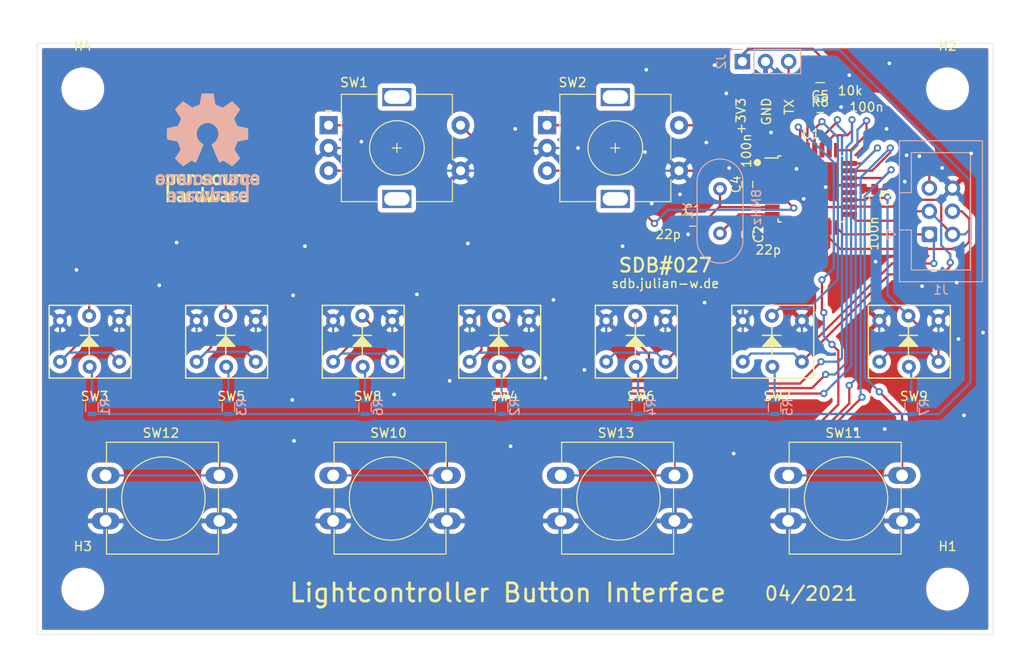
<source format=kicad_pcb>
(kicad_pcb (version 20171130) (host pcbnew "(5.1.9)-1")
  (layers (0 F.Cu signal) (31 B.Cu signal) (34 B.Paste user) (35 F.Paste user) (36 B.SilkS user) (37 F.SilkS user) (38 B.Mask user) (39 F.Mask user) (44 Edge.Cuts user))
  (net 0 "")
  (net 1 GND)
  (net 2 "Net-(C1-Pad2)")
  (net 3 "Net-(C2-Pad1)")
  (net 4 +3V3)
  (net 5 RST)
  (net 6 MOSI)
  (net 7 SCK)
  (net 8 MISO)
  (net 9 TX)
  (net 10 "Net-(R1-Pad2)")
  (net 11 "Net-(R2-Pad2)")
  (net 12 "Net-(R3-Pad2)")
  (net 13 "Net-(R4-Pad2)")
  (net 14 "Net-(R5-Pad2)")
  (net 15 "Net-(R6-Pad2)")
  (net 16 "Net-(R7-Pad2)")
  (net 17 E1A)
  (net 18 E1B)
  (net 19 E1S)
  (net 20 E2A)
  (net 21 E2B)
  (net 22 E2S)
  (net 23 L1)
  (net 24 B1)
  (net 25 L2)
  (net 26 L3)
  (net 27 B3)
  (net 28 L4)
  (net 29 L5)
  (net 30 L6)
  (net 31 B6)
  (net 32 B7)
  (net 33 S1)
  (net 34 S2)
  (net 35 S3)
  (net 36 S4)
  (module Symbols:OSHW-Logo_11.4x12mm_SilkScreen (layer B.Cu) (at 68.7 96.5 180)
    (fp_text reference LOGO2 hide)
    (fp_text value OSHW-LOGOL hide)
  )
  (module Symbols:OSHW-Logo_11.4x12mm_SilkScreen (layer F.Cu) (at 68.7 96.5)
    (fp_text reference LOGO1 hide)
    (fp_text value OSHW-LOGOL hide)
  )
  (module 009162006301150:ButtonWithLED (layer F.Cu) (at 112.5 120)
    (fp_text reference SW6 (at 3.8 3.8) (layer F.SilkS))
    (fp_text value SW_Push_LED)
    (pad 3 thru_hole circle (at 3.2 -5.05) (size 1.524 1.524) (drill 0.762) (layers *.Cu *.Mask) (net 28 L4))
    (pad 4 thru_hole circle (at 3.25 0.55) (size 1.524 1.524) (drill 0.762) (layers *.Cu *.Mask) (net 13 "Net-(R4-Pad2)"))
    (pad 2 thru_hole circle (at 6.5 -4.5) (size 1.524 1.524) (drill 0.762) (layers *.Cu *.Mask) (net 1 GND))
    (pad 2 thru_hole circle (at 0 -4.5) (size 1.524 1.524) (drill 0.762) (layers *.Cu *.Mask) (net 1 GND))
    (pad 1 thru_hole circle (at 6.5 0) (size 1.524 1.524) (drill 0.762) (layers *.Cu *.Mask) (net 8 MISO))
    (pad 1 thru_hole circle (at 0 0) (size 1.524 1.524) (drill 0.762) (layers *.Cu *.Mask) (net 8 MISO))
  )
  (module Crystal:Crystal_HC49-4H_Vertical (layer B.Cu) (at 125 101 270)
    (fp_text reference Y1 (at 2.44 3.525 270) (layer B.SilkS) (effects (justify mirror)))
    (fp_text value 8MHz)
    (pad 2 thru_hole circle (at 4.88 0 270) (size 1.5 1.5) (drill 0.8) (layers *.Cu *.Mask) (net 3 "Net-(C2-Pad1)"))
    (pad 1 thru_hole circle (at 0 0 270) (size 1.5 1.5) (drill 0.8) (layers *.Cu *.Mask) (net 2 "Net-(C1-Pad2)"))
  )
  (module Package_QFP:TQFP-32_7x7mm_P0.8mm (layer F.Cu) (at 135 101)
    (fp_text reference U1 (at 0 -6.05) (layer F.SilkS))
    (fp_text value ATmega328PB-AU)
    (pad 32 smd rect (at -2.8 -4.25 90) (size 1.6 0.55) (layers F.Cu F.Paste F.Mask) (net 17 E1A))
    (pad 31 smd rect (at -2 -4.25 90) (size 1.6 0.55) (layers F.Cu F.Paste F.Mask) (net 9 TX))
    (pad 30 smd rect (at -1.2 -4.25 90) (size 1.6 0.55) (layers F.Cu F.Paste F.Mask) (net 35 S3))
    (pad 29 smd rect (at -0.4 -4.25 90) (size 1.6 0.55) (layers F.Cu F.Paste F.Mask) (net 5 RST))
    (pad 28 smd rect (at 0.4 -4.25 90) (size 1.6 0.55) (layers F.Cu F.Paste F.Mask) (net 29 L5))
    (pad 27 smd rect (at 1.2 -4.25 90) (size 1.6 0.55) (layers F.Cu F.Paste F.Mask) (net 28 L4))
    (pad 26 smd rect (at 2 -4.25 90) (size 1.6 0.55) (layers F.Cu F.Paste F.Mask) (net 25 L2))
    (pad 25 smd rect (at 2.8 -4.25 90) (size 1.6 0.55) (layers F.Cu F.Paste F.Mask) (net 30 L6))
    (pad 24 smd rect (at 4.25 -2.8) (size 1.6 0.55) (layers F.Cu F.Paste F.Mask) (net 33 S1))
    (pad 23 smd rect (at 4.25 -2) (size 1.6 0.55) (layers F.Cu F.Paste F.Mask) (net 36 S4))
    (pad 22 smd rect (at 4.25 -1.2) (size 1.6 0.55) (layers F.Cu F.Paste F.Mask) (net 34 S2))
    (pad 21 smd rect (at 4.25 -0.4) (size 1.6 0.55) (layers F.Cu F.Paste F.Mask) (net 1 GND))
    (pad 20 smd rect (at 4.25 0.4) (size 1.6 0.55) (layers F.Cu F.Paste F.Mask))
    (pad 19 smd rect (at 4.25 1.2) (size 1.6 0.55) (layers F.Cu F.Paste F.Mask) (net 32 B7))
    (pad 18 smd rect (at 4.25 2) (size 1.6 0.55) (layers F.Cu F.Paste F.Mask) (net 4 +3V3))
    (pad 17 smd rect (at 4.25 2.8) (size 1.6 0.55) (layers F.Cu F.Paste F.Mask) (net 7 SCK))
    (pad 16 smd rect (at 2.8 4.25 90) (size 1.6 0.55) (layers F.Cu F.Paste F.Mask) (net 8 MISO))
    (pad 15 smd rect (at 2 4.25 90) (size 1.6 0.55) (layers F.Cu F.Paste F.Mask) (net 6 MOSI))
    (pad 14 smd rect (at 1.2 4.25 90) (size 1.6 0.55) (layers F.Cu F.Paste F.Mask) (net 31 B6))
    (pad 13 smd rect (at 0.4 4.25 90) (size 1.6 0.55) (layers F.Cu F.Paste F.Mask) (net 26 L3))
    (pad 12 smd rect (at -0.4 4.25 90) (size 1.6 0.55) (layers F.Cu F.Paste F.Mask) (net 27 B3))
    (pad 11 smd rect (at -1.2 4.25 90) (size 1.6 0.55) (layers F.Cu F.Paste F.Mask) (net 23 L1))
    (pad 10 smd rect (at -2 4.25 90) (size 1.6 0.55) (layers F.Cu F.Paste F.Mask) (net 24 B1))
    (pad 9 smd rect (at -2.8 4.25 90) (size 1.6 0.55) (layers F.Cu F.Paste F.Mask) (net 18 E1B))
    (pad 8 smd rect (at -4.25 2.8) (size 1.6 0.55) (layers F.Cu F.Paste F.Mask) (net 3 "Net-(C2-Pad1)"))
    (pad 7 smd rect (at -4.25 2) (size 1.6 0.55) (layers F.Cu F.Paste F.Mask) (net 2 "Net-(C1-Pad2)"))
    (pad 6 smd rect (at -4.25 1.2) (size 1.6 0.55) (layers F.Cu F.Paste F.Mask) (net 19 E1S))
    (pad 5 smd rect (at -4.25 0.4) (size 1.6 0.55) (layers F.Cu F.Paste F.Mask) (net 1 GND))
    (pad 4 smd rect (at -4.25 -0.4) (size 1.6 0.55) (layers F.Cu F.Paste F.Mask) (net 4 +3V3))
    (pad 3 smd rect (at -4.25 -1.2) (size 1.6 0.55) (layers F.Cu F.Paste F.Mask) (net 22 E2S))
    (pad 2 smd rect (at -4.25 -2) (size 1.6 0.55) (layers F.Cu F.Paste F.Mask) (net 21 E2B))
    (pad 1 smd rect (at -4.25 -2.8) (size 1.6 0.55) (layers F.Cu F.Paste F.Mask) (net 20 E2A))
  )
  (module Button_Switch_THT:SW_PUSH-12mm (layer F.Cu) (at 107.5 132.5)
    (fp_text reference SW13 (at 6.08 -4.66) (layer F.SilkS))
    (fp_text value SW_Push)
    (pad 2 thru_hole oval (at 0 5) (size 3.048 1.85) (drill 1.3) (layers *.Cu *.Mask) (net 1 GND))
    (pad 1 thru_hole oval (at 0 0) (size 3.048 1.85) (drill 1.3) (layers *.Cu *.Mask) (net 36 S4))
    (pad 2 thru_hole oval (at 12.5 5) (size 3.048 1.85) (drill 1.3) (layers *.Cu *.Mask) (net 1 GND))
    (pad 1 thru_hole oval (at 12.5 0) (size 3.048 1.85) (drill 1.3) (layers *.Cu *.Mask) (net 36 S4))
  )
  (module Button_Switch_THT:SW_PUSH-12mm (layer F.Cu) (at 57.5 132.5)
    (fp_text reference SW12 (at 6.08 -4.66) (layer F.SilkS))
    (fp_text value SW_Push)
    (pad 2 thru_hole oval (at 0 5) (size 3.048 1.85) (drill 1.3) (layers *.Cu *.Mask) (net 1 GND))
    (pad 1 thru_hole oval (at 0 0) (size 3.048 1.85) (drill 1.3) (layers *.Cu *.Mask) (net 35 S3))
    (pad 2 thru_hole oval (at 12.5 5) (size 3.048 1.85) (drill 1.3) (layers *.Cu *.Mask) (net 1 GND))
    (pad 1 thru_hole oval (at 12.5 0) (size 3.048 1.85) (drill 1.3) (layers *.Cu *.Mask) (net 35 S3))
  )
  (module Button_Switch_THT:SW_PUSH-12mm (layer F.Cu) (at 132.5 132.5)
    (fp_text reference SW11 (at 6.08 -4.66) (layer F.SilkS))
    (fp_text value SW_Push)
    (pad 2 thru_hole oval (at 0 5) (size 3.048 1.85) (drill 1.3) (layers *.Cu *.Mask) (net 1 GND))
    (pad 1 thru_hole oval (at 0 0) (size 3.048 1.85) (drill 1.3) (layers *.Cu *.Mask) (net 34 S2))
    (pad 2 thru_hole oval (at 12.5 5) (size 3.048 1.85) (drill 1.3) (layers *.Cu *.Mask) (net 1 GND))
    (pad 1 thru_hole oval (at 12.5 0) (size 3.048 1.85) (drill 1.3) (layers *.Cu *.Mask) (net 34 S2))
  )
  (module Button_Switch_THT:SW_PUSH-12mm (layer F.Cu) (at 82.5 132.5)
    (fp_text reference SW10 (at 6.08 -4.66) (layer F.SilkS))
    (fp_text value SW_Push)
    (pad 2 thru_hole oval (at 0 5) (size 3.048 1.85) (drill 1.3) (layers *.Cu *.Mask) (net 1 GND))
    (pad 1 thru_hole oval (at 0 0) (size 3.048 1.85) (drill 1.3) (layers *.Cu *.Mask) (net 33 S1))
    (pad 2 thru_hole oval (at 12.5 5) (size 3.048 1.85) (drill 1.3) (layers *.Cu *.Mask) (net 1 GND))
    (pad 1 thru_hole oval (at 12.5 0) (size 3.048 1.85) (drill 1.3) (layers *.Cu *.Mask) (net 33 S1))
  )
  (module 009162006301150:ButtonWithLED (layer F.Cu) (at 142.5 120)
    (fp_text reference SW9 (at 3.8 3.8) (layer F.SilkS))
    (fp_text value SW_Push_LED)
    (pad 3 thru_hole circle (at 3.2 -5.05) (size 1.524 1.524) (drill 0.762) (layers *.Cu *.Mask) (net 32 B7))
    (pad 4 thru_hole circle (at 3.25 0.55) (size 1.524 1.524) (drill 0.762) (layers *.Cu *.Mask) (net 16 "Net-(R7-Pad2)"))
    (pad 2 thru_hole circle (at 6.5 -4.5) (size 1.524 1.524) (drill 0.762) (layers *.Cu *.Mask) (net 1 GND))
    (pad 2 thru_hole circle (at 0 -4.5) (size 1.524 1.524) (drill 0.762) (layers *.Cu *.Mask) (net 1 GND))
    (pad 1 thru_hole circle (at 6.5 0) (size 1.524 1.524) (drill 0.762) (layers *.Cu *.Mask) (net 32 B7))
    (pad 1 thru_hole circle (at 0 0) (size 1.524 1.524) (drill 0.762) (layers *.Cu *.Mask) (net 32 B7))
  )
  (module 009162006301150:ButtonWithLED (layer F.Cu) (at 82.5 120)
    (fp_text reference SW8 (at 3.8 3.8) (layer F.SilkS))
    (fp_text value SW_Push_LED)
    (pad 3 thru_hole circle (at 3.2 -5.05) (size 1.524 1.524) (drill 0.762) (layers *.Cu *.Mask) (net 30 L6))
    (pad 4 thru_hole circle (at 3.25 0.55) (size 1.524 1.524) (drill 0.762) (layers *.Cu *.Mask) (net 15 "Net-(R6-Pad2)"))
    (pad 2 thru_hole circle (at 6.5 -4.5) (size 1.524 1.524) (drill 0.762) (layers *.Cu *.Mask) (net 1 GND))
    (pad 2 thru_hole circle (at 0 -4.5) (size 1.524 1.524) (drill 0.762) (layers *.Cu *.Mask) (net 1 GND))
    (pad 1 thru_hole circle (at 6.5 0) (size 1.524 1.524) (drill 0.762) (layers *.Cu *.Mask) (net 31 B6))
    (pad 1 thru_hole circle (at 0 0) (size 1.524 1.524) (drill 0.762) (layers *.Cu *.Mask) (net 31 B6))
  )
  (module 009162006301150:ButtonWithLED (layer F.Cu) (at 127.5 120)
    (fp_text reference SW7 (at 3.8 3.8) (layer F.SilkS))
    (fp_text value SW_Push_LED)
    (pad 3 thru_hole circle (at 3.2 -5.05) (size 1.524 1.524) (drill 0.762) (layers *.Cu *.Mask) (net 29 L5))
    (pad 4 thru_hole circle (at 3.25 0.55) (size 1.524 1.524) (drill 0.762) (layers *.Cu *.Mask) (net 14 "Net-(R5-Pad2)"))
    (pad 2 thru_hole circle (at 6.5 -4.5) (size 1.524 1.524) (drill 0.762) (layers *.Cu *.Mask) (net 1 GND))
    (pad 2 thru_hole circle (at 0 -4.5) (size 1.524 1.524) (drill 0.762) (layers *.Cu *.Mask) (net 1 GND))
    (pad 1 thru_hole circle (at 6.5 0) (size 1.524 1.524) (drill 0.762) (layers *.Cu *.Mask) (net 7 SCK))
    (pad 1 thru_hole circle (at 0 0) (size 1.524 1.524) (drill 0.762) (layers *.Cu *.Mask) (net 7 SCK))
  )
  (module 009162006301150:ButtonWithLED (layer F.Cu) (at 67.5 120)
    (fp_text reference SW5 (at 3.8 3.8) (layer F.SilkS))
    (fp_text value SW_Push_LED)
    (pad 3 thru_hole circle (at 3.2 -5.05) (size 1.524 1.524) (drill 0.762) (layers *.Cu *.Mask) (net 26 L3))
    (pad 4 thru_hole circle (at 3.25 0.55) (size 1.524 1.524) (drill 0.762) (layers *.Cu *.Mask) (net 12 "Net-(R3-Pad2)"))
    (pad 2 thru_hole circle (at 6.5 -4.5) (size 1.524 1.524) (drill 0.762) (layers *.Cu *.Mask) (net 1 GND))
    (pad 2 thru_hole circle (at 0 -4.5) (size 1.524 1.524) (drill 0.762) (layers *.Cu *.Mask) (net 1 GND))
    (pad 1 thru_hole circle (at 6.5 0) (size 1.524 1.524) (drill 0.762) (layers *.Cu *.Mask) (net 27 B3))
    (pad 1 thru_hole circle (at 0 0) (size 1.524 1.524) (drill 0.762) (layers *.Cu *.Mask) (net 27 B3))
  )
  (module 009162006301150:ButtonWithLED (layer F.Cu) (at 97.5 120)
    (fp_text reference SW4 (at 3.8 3.8) (layer F.SilkS))
    (fp_text value SW_Push_LED)
    (pad 3 thru_hole circle (at 3.2 -5.05) (size 1.524 1.524) (drill 0.762) (layers *.Cu *.Mask) (net 25 L2))
    (pad 4 thru_hole circle (at 3.25 0.55) (size 1.524 1.524) (drill 0.762) (layers *.Cu *.Mask) (net 11 "Net-(R2-Pad2)"))
    (pad 2 thru_hole circle (at 6.5 -4.5) (size 1.524 1.524) (drill 0.762) (layers *.Cu *.Mask) (net 1 GND))
    (pad 2 thru_hole circle (at 0 -4.5) (size 1.524 1.524) (drill 0.762) (layers *.Cu *.Mask) (net 1 GND))
    (pad 1 thru_hole circle (at 6.5 0) (size 1.524 1.524) (drill 0.762) (layers *.Cu *.Mask) (net 6 MOSI))
    (pad 1 thru_hole circle (at 0 0) (size 1.524 1.524) (drill 0.762) (layers *.Cu *.Mask) (net 6 MOSI))
  )
  (module 009162006301150:ButtonWithLED (layer F.Cu) (at 52.5 120)
    (fp_text reference SW3 (at 3.8 3.8) (layer F.SilkS))
    (fp_text value SW_Push_LED)
    (pad 3 thru_hole circle (at 3.2 -5.05) (size 1.524 1.524) (drill 0.762) (layers *.Cu *.Mask) (net 23 L1))
    (pad 4 thru_hole circle (at 3.25 0.55) (size 1.524 1.524) (drill 0.762) (layers *.Cu *.Mask) (net 10 "Net-(R1-Pad2)"))
    (pad 2 thru_hole circle (at 6.5 -4.5) (size 1.524 1.524) (drill 0.762) (layers *.Cu *.Mask) (net 1 GND))
    (pad 2 thru_hole circle (at 0 -4.5) (size 1.524 1.524) (drill 0.762) (layers *.Cu *.Mask) (net 1 GND))
    (pad 1 thru_hole circle (at 6.5 0) (size 1.524 1.524) (drill 0.762) (layers *.Cu *.Mask) (net 24 B1))
    (pad 1 thru_hole circle (at 0 0) (size 1.524 1.524) (drill 0.762) (layers *.Cu *.Mask) (net 24 B1))
  )
  (module Rotary_Encoder:RotaryEncoder_Alps_EC11E-Switch_Vertical_H20mm (layer F.Cu) (at 106 94)
    (fp_text reference SW2 (at 2.8 -4.7) (layer F.SilkS))
    (fp_text value Rotary_Encoder_Switch)
    (pad A thru_hole rect (at 0 0) (size 2 2) (drill 1) (layers *.Cu *.Mask) (net 20 E2A))
    (pad C thru_hole circle (at 0 2.5) (size 2 2) (drill 1) (layers *.Cu *.Mask) (net 1 GND))
    (pad B thru_hole circle (at 0 5) (size 2 2) (drill 1) (layers *.Cu *.Mask) (net 21 E2B))
    (pad MP thru_hole rect (at 7.5 -3.1) (size 3.2 2) (drill oval 2.8 1.5) (layers *.Cu *.Mask))
    (pad MP thru_hole rect (at 7.5 8.1) (size 3.2 2) (drill oval 2.8 1.5) (layers *.Cu *.Mask))
    (pad S2 thru_hole circle (at 14.5 0) (size 2 2) (drill 1) (layers *.Cu *.Mask) (net 22 E2S))
    (pad S1 thru_hole circle (at 14.5 5) (size 2 2) (drill 1) (layers *.Cu *.Mask) (net 1 GND))
  )
  (module Rotary_Encoder:RotaryEncoder_Alps_EC11E-Switch_Vertical_H20mm (layer F.Cu) (at 82 94)
    (fp_text reference SW1 (at 2.8 -4.7) (layer F.SilkS))
    (fp_text value Rotary_Encoder_Switch)
    (pad A thru_hole rect (at 0 0) (size 2 2) (drill 1) (layers *.Cu *.Mask) (net 17 E1A))
    (pad C thru_hole circle (at 0 2.5) (size 2 2) (drill 1) (layers *.Cu *.Mask) (net 1 GND))
    (pad B thru_hole circle (at 0 5) (size 2 2) (drill 1) (layers *.Cu *.Mask) (net 18 E1B))
    (pad MP thru_hole rect (at 7.5 -3.1) (size 3.2 2) (drill oval 2.8 1.5) (layers *.Cu *.Mask))
    (pad MP thru_hole rect (at 7.5 8.1) (size 3.2 2) (drill oval 2.8 1.5) (layers *.Cu *.Mask))
    (pad S2 thru_hole circle (at 14.5 0) (size 2 2) (drill 1) (layers *.Cu *.Mask) (net 19 E1S))
    (pad S1 thru_hole circle (at 14.5 5) (size 2 2) (drill 1) (layers *.Cu *.Mask) (net 1 GND))
  )
  (module Resistors_SMD:R_0603 (layer F.Cu) (at 136 90 180)
    (fp_text reference R8 (at 0 -1.45) (layer F.SilkS))
    (fp_text value 10k)
    (pad 1 smd rect (at -0.75 0 180) (size 0.5 0.9) (layers F.Cu F.Paste F.Mask) (net 4 +3V3))
    (pad 2 smd rect (at 0.75 0 180) (size 0.5 0.9) (layers F.Cu F.Paste F.Mask) (net 5 RST))
  )
  (module Resistors_SMD:R_0603 (layer B.Cu) (at 146 125 90)
    (fp_text reference R7 (at 0 1.45 90) (layer B.SilkS) (effects (justify mirror)))
    (fp_text value 330)
    (pad 1 smd rect (at -0.75 0 90) (size 0.5 0.9) (layers B.Cu B.Paste B.Mask) (net 4 +3V3))
    (pad 2 smd rect (at 0.75 0 90) (size 0.5 0.9) (layers B.Cu B.Paste B.Mask) (net 16 "Net-(R7-Pad2)"))
  )
  (module Resistors_SMD:R_0603 (layer B.Cu) (at 86 125 90)
    (fp_text reference R6 (at 0 1.45 90) (layer B.SilkS) (effects (justify mirror)))
    (fp_text value 330)
    (pad 1 smd rect (at -0.75 0 90) (size 0.5 0.9) (layers B.Cu B.Paste B.Mask) (net 4 +3V3))
    (pad 2 smd rect (at 0.75 0 90) (size 0.5 0.9) (layers B.Cu B.Paste B.Mask) (net 15 "Net-(R6-Pad2)"))
  )
  (module Resistors_SMD:R_0603 (layer B.Cu) (at 131 125 90)
    (fp_text reference R5 (at 0 1.45 90) (layer B.SilkS) (effects (justify mirror)))
    (fp_text value 330)
    (pad 1 smd rect (at -0.75 0 90) (size 0.5 0.9) (layers B.Cu B.Paste B.Mask) (net 4 +3V3))
    (pad 2 smd rect (at 0.75 0 90) (size 0.5 0.9) (layers B.Cu B.Paste B.Mask) (net 14 "Net-(R5-Pad2)"))
  )
  (module Resistors_SMD:R_0603 (layer B.Cu) (at 116 125 90)
    (fp_text reference R4 (at 0 1.45 270) (layer B.SilkS) (effects (justify mirror)))
    (fp_text value 330)
    (pad 1 smd rect (at -0.75 0 90) (size 0.5 0.9) (layers B.Cu B.Paste B.Mask) (net 4 +3V3))
    (pad 2 smd rect (at 0.75 0 90) (size 0.5 0.9) (layers B.Cu B.Paste B.Mask) (net 13 "Net-(R4-Pad2)"))
  )
  (module Resistors_SMD:R_0603 (layer B.Cu) (at 71 125 90)
    (fp_text reference R3 (at 0 1.45 90) (layer B.SilkS) (effects (justify mirror)))
    (fp_text value 330)
    (pad 1 smd rect (at -0.75 0 90) (size 0.5 0.9) (layers B.Cu B.Paste B.Mask) (net 4 +3V3))
    (pad 2 smd rect (at 0.75 0 90) (size 0.5 0.9) (layers B.Cu B.Paste B.Mask) (net 12 "Net-(R3-Pad2)"))
  )
  (module Resistors_SMD:R_0603 (layer B.Cu) (at 101 125 90)
    (fp_text reference R2 (at 0 1.45 90) (layer B.SilkS) (effects (justify mirror)))
    (fp_text value 330)
    (pad 1 smd rect (at -0.75 0 90) (size 0.5 0.9) (layers B.Cu B.Paste B.Mask) (net 4 +3V3))
    (pad 2 smd rect (at 0.75 0 90) (size 0.5 0.9) (layers B.Cu B.Paste B.Mask) (net 11 "Net-(R2-Pad2)"))
  )
  (module Resistors_SMD:R_0603 (layer B.Cu) (at 56 125 90)
    (fp_text reference R1 (at 0 1.45 90) (layer B.SilkS) (effects (justify mirror)))
    (fp_text value 330)
    (pad 1 smd rect (at -0.75 0 90) (size 0.5 0.9) (layers B.Cu B.Paste B.Mask) (net 4 +3V3))
    (pad 2 smd rect (at 0.75 0 90) (size 0.5 0.9) (layers B.Cu B.Paste B.Mask) (net 10 "Net-(R1-Pad2)"))
  )
  (module Connector_PinHeader_2.54mm:PinHeader_1x03_P2.54mm_Vertical (layer B.Cu) (at 127.46 87 270)
    (fp_text reference J2 (at 0 2.33 90) (layer B.SilkS) (effects (justify mirror)))
    (fp_text value Conn_01x03_Male)
    (pad 3 thru_hole oval (at 0 -5.08 270) (size 1.7 1.7) (drill 1) (layers *.Cu *.Mask) (net 9 TX))
    (pad 2 thru_hole oval (at 0 -2.54 270) (size 1.7 1.7) (drill 1) (layers *.Cu *.Mask) (net 1 GND))
    (pad 1 thru_hole rect (at 0 0 270) (size 1.7 1.7) (drill 1) (layers *.Cu *.Mask) (net 4 +3V3))
  )
  (module Connector_IDC:IDC-Header_2x03_P2.54mm_Vertical (layer B.Cu) (at 148 106)
    (fp_text reference J1 (at 1.27 6.1) (layer B.SilkS) (effects (justify mirror)))
    (fp_text value AVR-ISP-6)
    (pad 6 thru_hole circle (at 2.54 -5.08) (size 1.7 1.7) (drill 1) (layers *.Cu *.Mask) (net 1 GND))
    (pad 4 thru_hole circle (at 2.54 -2.54) (size 1.7 1.7) (drill 1) (layers *.Cu *.Mask) (net 6 MOSI))
    (pad 2 thru_hole circle (at 2.54 0) (size 1.7 1.7) (drill 1) (layers *.Cu *.Mask) (net 4 +3V3))
    (pad 5 thru_hole circle (at 0 -5.08) (size 1.7 1.7) (drill 1) (layers *.Cu *.Mask) (net 5 RST))
    (pad 3 thru_hole circle (at 0 -2.54) (size 1.7 1.7) (drill 1) (layers *.Cu *.Mask) (net 7 SCK))
    (pad 1 thru_hole roundrect (at 0 0) (size 1.7 1.7) (drill 1) (layers *.Cu *.Mask) (roundrect_rratio 0.1470588235294118) (net 8 MISO))
  )
  (module Mounting_Holes:MountingHole_3.7mm (layer F.Cu) (at 55 90)
    (fp_text reference H4 (at 0 -4.7) (layer F.SilkS))
    (fp_text value MountingHole)
    (pad 1 np_thru_hole circle (at 0 0) (size 3.7 3.7) (drill 3.7) (layers *.Cu *.Mask))
  )
  (module Mounting_Holes:MountingHole_3.7mm (layer F.Cu) (at 55 145)
    (fp_text reference H3 (at 0 -4.7) (layer F.SilkS))
    (fp_text value MountingHole)
    (pad 1 np_thru_hole circle (at 0 0) (size 3.7 3.7) (drill 3.7) (layers *.Cu *.Mask))
  )
  (module Mounting_Holes:MountingHole_3.7mm (layer F.Cu) (at 150 90)
    (fp_text reference H2 (at 0 -4.7) (layer F.SilkS))
    (fp_text value MountingHole)
    (pad 1 np_thru_hole circle (at 0 0) (size 3.7 3.7) (drill 3.7) (layers *.Cu *.Mask))
  )
  (module Mounting_Holes:MountingHole_3.7mm (layer F.Cu) (at 150 145)
    (fp_text reference H1 (at 0 -4.7) (layer F.SilkS))
    (fp_text value MountingHole)
    (pad 1 np_thru_hole circle (at 0 0) (size 3.7 3.7) (drill 3.7) (layers *.Cu *.Mask))
  )
  (module Capacitors_SMD:C_0603_HandSoldering (layer F.Cu) (at 136 92)
    (fp_text reference C5 (at 0 -1.25) (layer F.SilkS))
    (fp_text value 100n)
    (pad 1 smd rect (at -0.95 0) (size 1.2 0.75) (layers F.Cu F.Paste F.Mask) (net 5 RST))
    (pad 2 smd rect (at 0.95 0) (size 1.2 0.75) (layers F.Cu F.Paste F.Mask) (net 1 GND))
  )
  (module Capacitors_SMD:C_0603_HandSoldering (layer F.Cu) (at 128 100.5 90)
    (fp_text reference C4 (at 0 -1.25 90) (layer F.SilkS))
    (fp_text value 100n)
    (pad 1 smd rect (at -0.95 0 90) (size 1.2 0.75) (layers F.Cu F.Paste F.Mask) (net 1 GND))
    (pad 2 smd rect (at 0.95 0 90) (size 1.2 0.75) (layers F.Cu F.Paste F.Mask) (net 4 +3V3))
  )
  (module Capacitors_SMD:C_0603_HandSoldering (layer F.Cu) (at 142 102 270)
    (fp_text reference C3 (at 0 -1.25 90) (layer F.SilkS))
    (fp_text value 100n)
    (pad 1 smd rect (at -0.95 0 270) (size 1.2 0.75) (layers F.Cu F.Paste F.Mask) (net 1 GND))
    (pad 2 smd rect (at 0.95 0 270) (size 1.2 0.75) (layers F.Cu F.Paste F.Mask) (net 4 +3V3))
  )
  (module Capacitors_SMD:C_0603_HandSoldering (layer F.Cu) (at 128 106 270)
    (fp_text reference C2 (at 0 -1.25 90) (layer F.SilkS))
    (fp_text value 22p)
    (pad 1 smd rect (at -0.95 0 270) (size 1.2 0.75) (layers F.Cu F.Paste F.Mask) (net 3 "Net-(C2-Pad1)"))
    (pad 2 smd rect (at 0.95 0 270) (size 1.2 0.75) (layers F.Cu F.Paste F.Mask) (net 1 GND))
  )
  (module Capacitors_SMD:C_0603_HandSoldering (layer F.Cu) (at 122 104.5)
    (fp_text reference C1 (at 0 -1.25) (layer F.SilkS))
    (fp_text value 22p)
    (pad 1 smd rect (at -0.95 0) (size 1.2 0.75) (layers F.Cu F.Paste F.Mask) (net 1 GND))
    (pad 2 smd rect (at 0.95 0) (size 1.2 0.75) (layers F.Cu F.Paste F.Mask) (net 2 "Net-(C1-Pad2)"))
  )
  (gr_text 04/2021 (at 135 145.5) (layer F.SilkS) (effects (font (size 1.5 1.5) (thickness 0.23))))
  (gr_text 8MHz (at 129 103 90) (layer B.SilkS) (effects (font (size 1 1)) (justify mirror)))
  (gr_circle (center 129.1 98.1) (end 129.3 98.1) (layer F.SilkS) (width 0.4))
  (gr_text 100n (at 127.9 96.8 90) (layer F.SilkS) (effects (font (size 1 1))))
  (gr_text 22p (at 119.3 106) (layer F.SilkS) (effects (font (size 1 1))))
  (gr_text 22p (at 130.3 107.7) (layer F.SilkS) (effects (font (size 1 1))))
  (gr_text 100n (at 141.1 92) (layer F.SilkS) (effects (font (size 1 1))))
  (gr_text 10k (at 139.3 90.2) (layer F.SilkS) (effects (font (size 1 1))))
  (gr_text 100n (at 141.9 105.9 90) (layer F.SilkS) (effects (font (size 1 1))))
  (gr_text TX (at 132.6 92 90) (layer F.SilkS) (effects (font (size 1 1))))
  (gr_text GND (at 130.1 92.5 90) (layer F.SilkS) (effects (font (size 1 1))))
  (gr_text +3V3 (at 127.3 93 90) (layer F.SilkS) (effects (font (size 1 1))))
  (gr_text "Lightcontroller Button Interface" (at 101.7 145.4) (layer F.SilkS) (effects (font (size 2 2) (thickness 0.3))))
  (gr_text sdb.julian-w.de (at 119 111.4) (layer F.SilkS) (effects (font (size 1 1))))
  (gr_text SDB#027 (at 119 109.4) (layer F.SilkS) (effects (font (size 1.5 1.5) (thickness 0.25))))
  (gr_line (start 155 85) (end 50 85) (layer Edge.Cuts) (width 0.05))
  (gr_line (start 155 150) (end 155 85) (layer Edge.Cuts) (width 0.05))
  (gr_line (start 50 150) (end 155 150) (layer Edge.Cuts) (width 0.05))
  (gr_line (start 50 150) (end 50 85) (layer Edge.Cuts) (width 0.05))
  (via (at 133.6 94.2) (size 0.8) (drill 0.4) (layers F.Cu B.Cu) (net 35))
  (segment (start 133.8 94.4) (end 133.6 94.2) (width 0.25) (layer F.Cu) (net 35))
  (segment (start 133.8 96.75) (end 133.8 94.4) (width 0.25) (layer F.Cu) (net 35))
  (segment (start 139.25 102.2) (end 141 102.2) (width 0.25) (layer F.Cu) (net 32))
  (segment (start 141.224999 101.975001) (end 143.124999 101.975001) (width 0.25) (layer F.Cu) (net 32))
  (segment (start 141 102.2) (end 141.224999 101.975001) (width 0.25) (layer F.Cu) (net 32))
  (via (at 143.4 101.9) (size 0.8) (drill 0.4) (layers F.Cu B.Cu) (net 32))
  (segment (start 143.2 101.9) (end 143.4 101.9) (width 0.25) (layer F.Cu) (net 32))
  (segment (start 143.124999 101.975001) (end 143.2 101.9) (width 0.25) (layer F.Cu) (net 32))
  (via (at 136.2 93.6) (size 0.8) (drill 0.4) (layers F.Cu B.Cu) (net 29))
  (segment (start 135.4 94.4) (end 136.2 93.6) (width 0.25) (layer F.Cu) (net 29))
  (segment (start 135.4 96.75) (end 135.4 94.4) (width 0.25) (layer F.Cu) (net 29))
  (via (at 143.8 98.9) (size 0.8) (drill 0.4) (layers F.Cu B.Cu) (net 34))
  (segment (start 142.9 99.8) (end 143.8 98.9) (width 0.25) (layer F.Cu) (net 34))
  (segment (start 139.25 99.8) (end 142.9 99.8) (width 0.25) (layer F.Cu) (net 34))
  (segment (start 130.7 101.45) (end 130.75 101.4) (width 0.25) (layer F.Cu) (net 1))
  (segment (start 128 101.45) (end 130.7 101.45) (width 0.25) (layer F.Cu) (net 1))
  (segment (start 128 106.95) (end 127.05 106.95) (width 0.25) (layer F.Cu) (net 1))
  (segment (start 127.05 106.95) (end 126.7 107.3) (width 0.25) (layer F.Cu) (net 1))
  (segment (start 126.7 107.3) (end 123.5 107.3) (width 0.25) (layer F.Cu) (net 1))
  (segment (start 121.05 104.85) (end 121.05 103) (width 0.25) (layer F.Cu) (net 1))
  (segment (start 121.05 103) (end 121.05 102.05) (width 0.25) (layer F.Cu) (net 1))
  (segment (start 121.05 102.05) (end 123.7 99.4) (width 0.25) (layer F.Cu) (net 1))
  (segment (start 123.7 99.4) (end 125.5 99.4) (width 0.25) (layer F.Cu) (net 1))
  (segment (start 127.55 101.45) (end 128 101.45) (width 0.25) (layer F.Cu) (net 1))
  (segment (start 125.5 99.4) (end 127.55 101.45) (width 0.25) (layer F.Cu) (net 1))
  (segment (start 123.3 99) (end 123.7 99.4) (width 0.25) (layer F.Cu) (net 1))
  (segment (start 120.5 99) (end 123.3 99) (width 0.25) (layer F.Cu) (net 1))
  (segment (start 139.25 100.6) (end 140.6 100.6) (width 0.25) (layer F.Cu) (net 1))
  (segment (start 141.05 101.05) (end 142 101.05) (width 0.25) (layer F.Cu) (net 1))
  (segment (start 140.6 100.6) (end 141.05 101.05) (width 0.25) (layer F.Cu) (net 1))
  (segment (start 150.54 100.44) (end 150.54 100.92) (width 0.25) (layer B.Cu) (net 1))
  (segment (start 149.4 99.3) (end 150.54 100.44) (width 0.25) (layer B.Cu) (net 1))
  (via (at 138.3 92) (size 0.8) (drill 0.4) (layers F.Cu B.Cu) (net 1))
  (segment (start 136.95 92) (end 138.3 92) (width 0.25) (layer F.Cu) (net 1))
  (segment (start 135 92) (end 130 87) (width 0.25) (layer B.Cu) (net 1))
  (segment (start 138.3 92) (end 135 92) (width 0.25) (layer B.Cu) (net 1))
  (segment (start 148.8 99.3) (end 148.8 97.3) (width 0.25) (layer B.Cu) (net 1))
  (segment (start 148.8 99.3) (end 149.4 99.3) (width 0.25) (layer B.Cu) (net 1))
  (segment (start 143.5 92) (end 138.3 92) (width 0.25) (layer B.Cu) (net 1))
  (segment (start 148.8 97.3) (end 143.5 92) (width 0.25) (layer B.Cu) (net 1))
  (via (at 136.6 100.8) (size 0.8) (drill 0.4) (layers F.Cu B.Cu) (net 1))
  (segment (start 136.8 100.6) (end 136.6 100.8) (width 0.25) (layer F.Cu) (net 1))
  (segment (start 139.25 100.6) (end 136.8 100.6) (width 0.25) (layer F.Cu) (net 1))
  (via (at 134.2 102.1) (size 0.8) (drill 0.4) (layers F.Cu B.Cu) (net 1))
  (segment (start 135.3 102.1) (end 134.2 102.1) (width 0.25) (layer B.Cu) (net 1))
  (segment (start 136.6 100.8) (end 135.3 102.1) (width 0.25) (layer B.Cu) (net 1))
  (segment (start 134.2 102.1) (end 133.4 101.3) (width 0.25) (layer F.Cu) (net 1))
  (segment (start 130.85 101.3) (end 130.75 101.4) (width 0.25) (layer F.Cu) (net 1))
  (segment (start 133.4 101.3) (end 130.85 101.3) (width 0.25) (layer F.Cu) (net 1))
  (segment (start 52.5 115.5) (end 52.5 116.8) (width 0.25) (layer B.Cu) (net 1))
  (segment (start 52.5 116.8) (end 53.7 118) (width 0.25) (layer B.Cu) (net 1))
  (segment (start 146.2 99.3) (end 148.8 99.3) (width 0.25) (layer B.Cu) (net 1))
  (segment (start 134 117.9) (end 133.9 118) (width 0.25) (layer B.Cu) (net 1))
  (segment (start 134 115.5) (end 134 117.9) (width 0.25) (layer B.Cu) (net 1))
  (segment (start 142.5 115.5) (end 142.5 118) (width 0.25) (layer B.Cu) (net 1))
  (segment (start 149 117.9) (end 148.9 118) (width 0.25) (layer B.Cu) (net 1))
  (segment (start 149 115.5) (end 149 117.9) (width 0.25) (layer B.Cu) (net 1))
  (segment (start 142.5 118) (end 148.9 118) (width 0.25) (layer B.Cu) (net 1))
  (segment (start 127.5 117.9) (end 127.4 118) (width 0.25) (layer B.Cu) (net 1))
  (segment (start 127.5 115.5) (end 127.5 117.9) (width 0.25) (layer B.Cu) (net 1))
  (segment (start 127.4 118) (end 133.9 118) (width 0.25) (layer B.Cu) (net 1))
  (segment (start 119 117.9) (end 119.1 118) (width 0.25) (layer B.Cu) (net 1))
  (segment (start 119 115.5) (end 119 117.9) (width 0.25) (layer B.Cu) (net 1))
  (segment (start 119.1 118) (end 127.4 118) (width 0.25) (layer B.Cu) (net 1))
  (segment (start 112.5 117.9) (end 112.4 118) (width 0.25) (layer B.Cu) (net 1))
  (segment (start 112.5 115.5) (end 112.5 117.9) (width 0.25) (layer B.Cu) (net 1))
  (segment (start 112.4 118) (end 119.1 118) (width 0.25) (layer B.Cu) (net 1))
  (segment (start 104 115.5) (end 104 118) (width 0.25) (layer B.Cu) (net 1))
  (segment (start 104 118) (end 112.4 118) (width 0.25) (layer B.Cu) (net 1))
  (segment (start 97.5 115.5) (end 97.5 118) (width 0.25) (layer B.Cu) (net 1))
  (segment (start 97.5 118) (end 104 118) (width 0.25) (layer B.Cu) (net 1))
  (segment (start 89 117.9) (end 89.1 118) (width 0.25) (layer B.Cu) (net 1))
  (segment (start 89 115.5) (end 89 117.9) (width 0.25) (layer B.Cu) (net 1))
  (segment (start 89.1 118) (end 97.5 118) (width 0.25) (layer B.Cu) (net 1))
  (segment (start 82.5 117.8) (end 82.3 118) (width 0.25) (layer B.Cu) (net 1))
  (segment (start 82.5 115.5) (end 82.5 117.8) (width 0.25) (layer B.Cu) (net 1))
  (segment (start 82.3 118) (end 89.1 118) (width 0.25) (layer B.Cu) (net 1))
  (segment (start 59 115.5) (end 59 118) (width 0.25) (layer B.Cu) (net 1))
  (segment (start 53.7 118) (end 59 118) (width 0.25) (layer B.Cu) (net 1))
  (segment (start 67.5 117.9) (end 67.4 118) (width 0.25) (layer B.Cu) (net 1))
  (segment (start 67.5 115.5) (end 67.5 117.9) (width 0.25) (layer B.Cu) (net 1))
  (segment (start 59 118) (end 67.4 118) (width 0.25) (layer B.Cu) (net 1))
  (segment (start 74 117.8) (end 73.8 118) (width 0.25) (layer B.Cu) (net 1))
  (segment (start 74 115.5) (end 74 117.8) (width 0.25) (layer B.Cu) (net 1))
  (segment (start 73.8 118) (end 82.3 118) (width 0.25) (layer B.Cu) (net 1))
  (segment (start 67.4 118) (end 73.8 118) (width 0.25) (layer B.Cu) (net 1))
  (segment (start 57.5 137.5) (end 70 137.5) (width 0.25) (layer B.Cu) (net 1))
  (segment (start 70 137.5) (end 82.5 137.5) (width 0.25) (layer B.Cu) (net 1))
  (segment (start 82.5 137.5) (end 95 137.5) (width 0.25) (layer B.Cu) (net 1))
  (segment (start 95 137.5) (end 107.5 137.5) (width 0.25) (layer B.Cu) (net 1))
  (segment (start 107.5 137.5) (end 120 137.5) (width 0.25) (layer B.Cu) (net 1))
  (segment (start 120 137.5) (end 132.5 137.5) (width 0.25) (layer B.Cu) (net 1))
  (segment (start 132.5 137.5) (end 145 137.5) (width 0.25) (layer B.Cu) (net 1))
  (segment (start 145 137.5) (end 147.5 137.5) (width 0.25) (layer B.Cu) (net 1))
  (segment (start 147.5 137.5) (end 153.9 131.1) (width 0.25) (layer B.Cu) (net 1))
  (segment (start 153.9 131.1) (end 153.9 116.8) (width 0.25) (layer B.Cu) (net 1))
  (via (at 143.6 87.2) (size 0.8) (drill 0.4) (layers F.Cu B.Cu) (net 1))
  (segment (start 143.6 90) (end 143.6 87.2) (width 0.25) (layer B.Cu) (net 1))
  (segment (start 153.9 100.3) (end 143.6 90) (width 0.25) (layer B.Cu) (net 1))
  (segment (start 140.5 87.2) (end 139.2 88.5) (width 0.25) (layer F.Cu) (net 1))
  (via (at 139.2 88.5) (size 0.8) (drill 0.4) (layers F.Cu B.Cu) (net 1))
  (segment (start 143.6 87.2) (end 140.5 87.2) (width 0.25) (layer F.Cu) (net 1))
  (segment (start 138.3 89.4) (end 138.3 92) (width 0.25) (layer B.Cu) (net 1))
  (segment (start 139.2 88.5) (end 138.3 89.4) (width 0.25) (layer B.Cu) (net 1))
  (segment (start 82 96.5) (end 92.2 96.5) (width 0.25) (layer B.Cu) (net 1))
  (segment (start 94.7 99) (end 96.5 99) (width 0.25) (layer B.Cu) (net 1))
  (segment (start 92.2 96.5) (end 94.7 99) (width 0.25) (layer B.Cu) (net 1))
  (segment (start 96.5 99) (end 99.4 99) (width 0.25) (layer B.Cu) (net 1))
  (segment (start 101.9 96.5) (end 106 96.5) (width 0.25) (layer B.Cu) (net 1))
  (segment (start 99.4 99) (end 101.9 96.5) (width 0.25) (layer B.Cu) (net 1))
  (segment (start 106 96.5) (end 109.4 96.5) (width 0.25) (layer B.Cu) (net 1))
  (segment (start 118.8 99) (end 120.5 99) (width 0.25) (layer B.Cu) (net 1))
  (segment (start 116.3 96.5) (end 116.75 96.95) (width 0.25) (layer B.Cu) (net 1))
  (segment (start 143.25 101.05) (end 146.9 97.4) (width 0.25) (layer F.Cu) (net 1))
  (segment (start 142 101.05) (end 143.25 101.05) (width 0.25) (layer F.Cu) (net 1))
  (segment (start 146.2 98.1) (end 146.9 97.4) (width 0.25) (layer B.Cu) (net 1))
  (segment (start 146.2 99.3) (end 146.2 98.1) (width 0.25) (layer B.Cu) (net 1))
  (via (at 146.9 97.4) (size 0.8) (drill 0.4) (layers F.Cu B.Cu) (net 1))
  (segment (start 146.2 107) (end 146.2 99.3) (width 0.25) (layer B.Cu) (net 1))
  (segment (start 147.4 108.2) (end 146.2 107) (width 0.25) (layer B.Cu) (net 1))
  (segment (start 147.4 111) (end 147.4 108.2) (width 0.25) (layer B.Cu) (net 1))
  (segment (start 151.3 117.4) (end 151.3 114.9) (width 0.25) (layer B.Cu) (net 1))
  (segment (start 150.7 118) (end 151.2 117.5) (width 0.25) (layer B.Cu) (net 1))
  (segment (start 151.3 114.9) (end 147.4 111) (width 0.25) (layer B.Cu) (net 1))
  (segment (start 148.9 118) (end 150.7 118) (width 0.25) (layer B.Cu) (net 1))
  (segment (start 125 102.9) (end 124.9 103) (width 0.25) (layer F.Cu) (net 2))
  (segment (start 125 101) (end 125 102.9) (width 0.25) (layer F.Cu) (net 2))
  (segment (start 130.75 103) (end 124.9 103) (width 0.25) (layer F.Cu) (net 2))
  (segment (start 125 105.88) (end 127.08 103.8) (width 0.25) (layer F.Cu) (net 3))
  (segment (start 128 105.05) (end 128 103.8) (width 0.25) (layer F.Cu) (net 3))
  (segment (start 128 103.8) (end 130.75 103.8) (width 0.25) (layer F.Cu) (net 3))
  (segment (start 127.08 103.8) (end 128 103.8) (width 0.25) (layer F.Cu) (net 3))
  (segment (start 150.54 106) (end 149.3 104.76) (width 0.25) (layer F.Cu) (net 4))
  (segment (start 149.3 104.76) (end 149.3 102.6) (width 0.25) (layer F.Cu) (net 4))
  (segment (start 149.3 102.6) (end 148.9 102.2) (width 0.25) (layer F.Cu) (net 4))
  (segment (start 148.9 102.2) (end 144.7 102.2) (width 0.25) (layer F.Cu) (net 4))
  (segment (start 143.95 102.95) (end 142 102.95) (width 0.25) (layer F.Cu) (net 4))
  (segment (start 144.7 102.2) (end 143.95 102.95) (width 0.25) (layer F.Cu) (net 4))
  (segment (start 139.3 102.95) (end 139.25 103) (width 0.25) (layer F.Cu) (net 4))
  (segment (start 142 102.95) (end 139.3 102.95) (width 0.25) (layer F.Cu) (net 4))
  (segment (start 139.25 103) (end 136.8 103) (width 0.25) (layer F.Cu) (net 4))
  (segment (start 134.4 100.6) (end 130.75 100.6) (width 0.25) (layer F.Cu) (net 4))
  (segment (start 136.8 103) (end 134.4 100.6) (width 0.25) (layer F.Cu) (net 4))
  (segment (start 128 99.55) (end 128.55 99.55) (width 0.25) (layer F.Cu) (net 4))
  (segment (start 129.6 100.6) (end 130.75 100.6) (width 0.25) (layer F.Cu) (net 4))
  (segment (start 128.55 99.55) (end 129.6 100.6) (width 0.25) (layer F.Cu) (net 4))
  (segment (start 136.75 90) (end 136.75 87.15) (width 0.25) (layer F.Cu) (net 4))
  (segment (start 136.75 87.15) (end 135.2 85.6) (width 0.25) (layer F.Cu) (net 4))
  (segment (start 135.2 85.6) (end 128.1 85.6) (width 0.25) (layer F.Cu) (net 4))
  (segment (start 127.46 86.24) (end 127.46 87) (width 0.25) (layer F.Cu) (net 4))
  (segment (start 128.1 85.6) (end 127.46 86.24) (width 0.25) (layer F.Cu) (net 4))
  (segment (start 150.54 106) (end 151.9 106) (width 0.25) (layer B.Cu) (net 4))
  (segment (start 151.9 106) (end 152.5 105.4) (width 0.25) (layer B.Cu) (net 4))
  (segment (start 152.5 105.4) (end 152.5 100.1) (width 0.25) (layer B.Cu) (net 4))
  (segment (start 152.5 100.1) (end 138.1 85.7) (width 0.25) (layer B.Cu) (net 4))
  (segment (start 138.1 85.7) (end 128.1 85.7) (width 0.25) (layer B.Cu) (net 4))
  (segment (start 127.46 86.34) (end 127.46 87) (width 0.25) (layer B.Cu) (net 4))
  (segment (start 128.1 85.7) (end 127.46 86.34) (width 0.25) (layer B.Cu) (net 4))
  (segment (start 56 125.75) (end 71 125.75) (width 0.25) (layer B.Cu) (net 4))
  (segment (start 71 125.75) (end 86 125.75) (width 0.25) (layer B.Cu) (net 4))
  (segment (start 86 125.75) (end 101 125.75) (width 0.25) (layer B.Cu) (net 4))
  (segment (start 101 125.75) (end 116 125.75) (width 0.25) (layer B.Cu) (net 4))
  (segment (start 116 125.75) (end 131 125.75) (width 0.25) (layer B.Cu) (net 4))
  (segment (start 131 125.75) (end 146 125.75) (width 0.25) (layer B.Cu) (net 4))
  (segment (start 146 125.75) (end 149.05 125.75) (width 0.25) (layer B.Cu) (net 4))
  (segment (start 152.5 122.3) (end 152.5 105.4) (width 0.25) (layer B.Cu) (net 4))
  (segment (start 149.05 125.75) (end 152.5 122.3) (width 0.25) (layer B.Cu) (net 4))
  (segment (start 134.6 92.45) (end 135.05 92) (width 0.25) (layer F.Cu) (net 5))
  (segment (start 134.6 96.75) (end 134.6 92.45) (width 0.25) (layer F.Cu) (net 5))
  (segment (start 135.25 91.8) (end 135.05 92) (width 0.25) (layer F.Cu) (net 5))
  (segment (start 135.25 91.05) (end 142.25 91.05) (width 0.25) (layer F.Cu) (net 5))
  (segment (start 135.25 90) (end 135.25 91.05) (width 0.25) (layer F.Cu) (net 5))
  (segment (start 135.25 91.05) (end 135.25 91.8) (width 0.25) (layer F.Cu) (net 5))
  (segment (start 148 96.8) (end 148 100.92) (width 0.25) (layer F.Cu) (net 5))
  (segment (start 142.25 91.05) (end 148 96.8) (width 0.25) (layer F.Cu) (net 5))
  (segment (start 137 105.25) (end 137 104.3) (width 0.25) (layer F.Cu) (net 6))
  (segment (start 137 105.25) (end 137 106.4) (width 0.25) (layer F.Cu) (net 6))
  (segment (start 137 106.4) (end 138.2 107.6) (width 0.25) (layer F.Cu) (net 6))
  (segment (start 138.2 107.6) (end 151.6 107.6) (width 0.25) (layer F.Cu) (net 6))
  (segment (start 151.6 107.6) (end 152.4 106.8) (width 0.25) (layer F.Cu) (net 6))
  (segment (start 152.4 106.8) (end 152.4 104.3) (width 0.25) (layer F.Cu) (net 6))
  (segment (start 151.56 103.46) (end 150.54 103.46) (width 0.25) (layer F.Cu) (net 6))
  (segment (start 152.4 104.3) (end 151.56 103.46) (width 0.25) (layer F.Cu) (net 6))
  (segment (start 139.25 103.8) (end 139.95 104.5) (width 0.25) (layer F.Cu) (net 7))
  (segment (start 139.95 104.5) (end 144.4 104.5) (width 0.25) (layer F.Cu) (net 7))
  (segment (start 145.44 103.46) (end 148 103.46) (width 0.25) (layer F.Cu) (net 7))
  (segment (start 144.4 104.5) (end 145.44 103.46) (width 0.25) (layer F.Cu) (net 7))
  (segment (start 138.55 106) (end 137.8 105.25) (width 0.25) (layer F.Cu) (net 8))
  (segment (start 148 106) (end 138.55 106) (width 0.25) (layer F.Cu) (net 8))
  (segment (start 56 120.8) (end 55.75 120.55) (width 0.25) (layer B.Cu) (net 10))
  (segment (start 56 124.25) (end 56 120.8) (width 0.25) (layer B.Cu) (net 10))
  (segment (start 101 120.8) (end 100.75 120.55) (width 0.25) (layer B.Cu) (net 11))
  (segment (start 101 124.25) (end 101 120.8) (width 0.25) (layer B.Cu) (net 11))
  (segment (start 71 120.8) (end 70.75 120.55) (width 0.25) (layer B.Cu) (net 12))
  (segment (start 71 124.25) (end 71 120.8) (width 0.25) (layer B.Cu) (net 12))
  (segment (start 116 120.8) (end 115.75 120.55) (width 0.25) (layer B.Cu) (net 13))
  (segment (start 116 124.25) (end 116 120.8) (width 0.25) (layer B.Cu) (net 13))
  (segment (start 131 120.8) (end 130.75 120.55) (width 0.25) (layer B.Cu) (net 14))
  (segment (start 131 124.25) (end 131 120.8) (width 0.25) (layer B.Cu) (net 14))
  (segment (start 86 120.8) (end 85.75 120.55) (width 0.25) (layer B.Cu) (net 15))
  (segment (start 86 124.25) (end 86 120.8) (width 0.25) (layer B.Cu) (net 15))
  (segment (start 146 120.8) (end 145.75 120.55) (width 0.25) (layer B.Cu) (net 16))
  (segment (start 146 124.25) (end 146 120.8) (width 0.25) (layer B.Cu) (net 16))
  (segment (start 132.2 96.75) (end 129.65 96.75) (width 0.25) (layer F.Cu) (net 17))
  (segment (start 129.65 96.75) (end 123.4 90.5) (width 0.25) (layer F.Cu) (net 17))
  (segment (start 123.4 90.5) (end 118.5 90.5) (width 0.25) (layer F.Cu) (net 17))
  (segment (start 118.5 90.5) (end 115.6 93.4) (width 0.25) (layer F.Cu) (net 17))
  (segment (start 115.6 93.4) (end 109.1 93.4) (width 0.25) (layer F.Cu) (net 17))
  (segment (start 109.1 93.4) (end 107.5 91.8) (width 0.25) (layer F.Cu) (net 17))
  (segment (start 107.5 91.8) (end 95 91.8) (width 0.25) (layer F.Cu) (net 17))
  (segment (start 92.8 94) (end 82 94) (width 0.25) (layer F.Cu) (net 17))
  (segment (start 95 91.8) (end 92.8 94) (width 0.25) (layer F.Cu) (net 17))
  (segment (start 132.2 105.25) (end 131.85 105.25) (width 0.25) (layer F.Cu) (net 18))
  (segment (start 131.85 105.25) (end 128.8 108.3) (width 0.25) (layer F.Cu) (net 18))
  (segment (start 128.8 108.3) (end 119.6 108.3) (width 0.25) (layer F.Cu) (net 18))
  (segment (start 119.6 108.3) (end 116 104.7) (width 0.25) (layer F.Cu) (net 18))
  (segment (start 116 104.7) (end 106.3 104.7) (width 0.25) (layer F.Cu) (net 18))
  (segment (start 106.3 104.7) (end 98.3 96.7) (width 0.25) (layer F.Cu) (net 18))
  (segment (start 98.3 96.7) (end 87.5 96.7) (width 0.25) (layer F.Cu) (net 18))
  (segment (start 85.2 99) (end 82 99) (width 0.25) (layer F.Cu) (net 18))
  (segment (start 87.5 96.7) (end 85.2 99) (width 0.25) (layer F.Cu) (net 18))
  (segment (start 96.5 94) (end 106.6 104.1) (width 0.25) (layer F.Cu) (net 19))
  (via (at 117.8 104.8) (size 0.8) (drill 0.4) (layers F.Cu B.Cu) (net 19))
  (segment (start 117.1 104.1) (end 117.8 104.8) (width 0.25) (layer F.Cu) (net 19))
  (segment (start 106.6 104.1) (end 117.1 104.1) (width 0.25) (layer F.Cu) (net 19))
  (segment (start 117.8 104.8) (end 119.3 103.3) (width 0.25) (layer B.Cu) (net 19))
  (via (at 133.1 103.1) (size 0.8) (drill 0.4) (layers F.Cu B.Cu) (net 19))
  (segment (start 132.9 103.3) (end 133.1 103.1) (width 0.25) (layer B.Cu) (net 19))
  (segment (start 119.3 103.3) (end 132.9 103.3) (width 0.25) (layer B.Cu) (net 19))
  (segment (start 132.2 102.2) (end 130.75 102.2) (width 0.25) (layer F.Cu) (net 19))
  (segment (start 133.1 103.1) (end 132.2 102.2) (width 0.25) (layer F.Cu) (net 19))
  (segment (start 106 94) (end 115.9 94) (width 0.25) (layer F.Cu) (net 20))
  (segment (start 115.9 94) (end 118.7 91.2) (width 0.25) (layer F.Cu) (net 20))
  (segment (start 118.7 91.2) (end 122.8 91.2) (width 0.25) (layer F.Cu) (net 20))
  (segment (start 129.8 98.2) (end 130.75 98.2) (width 0.25) (layer F.Cu) (net 20))
  (segment (start 122.8 91.2) (end 129.8 98.2) (width 0.25) (layer F.Cu) (net 20))
  (segment (start 129.7 99) (end 122.6 91.9) (width 0.25) (layer F.Cu) (net 21))
  (segment (start 130.75 99) (end 129.7 99) (width 0.25) (layer F.Cu) (net 21))
  (segment (start 122.6 91.9) (end 119.1 91.9) (width 0.25) (layer F.Cu) (net 21))
  (segment (start 112 99) (end 106 99) (width 0.25) (layer F.Cu) (net 21))
  (segment (start 119.1 91.9) (end 112 99) (width 0.25) (layer F.Cu) (net 21))
  (segment (start 130.75 99.8) (end 129.8 99.8) (width 0.25) (layer F.Cu) (net 22))
  (segment (start 124 94) (end 120.5 94) (width 0.25) (layer F.Cu) (net 22))
  (segment (start 129.8 99.8) (end 124 94) (width 0.25) (layer F.Cu) (net 22))
  (segment (start 55.7 114.95) (end 55.7 111.8) (width 0.25) (layer F.Cu) (net 23))
  (segment (start 55.7 111.8) (end 58.1 109.4) (width 0.25) (layer F.Cu) (net 23))
  (segment (start 58.1 109.4) (end 131.5 109.4) (width 0.25) (layer F.Cu) (net 23))
  (segment (start 133.8 107.1) (end 133.8 105.25) (width 0.25) (layer F.Cu) (net 23))
  (segment (start 131.5 109.4) (end 133.8 107.1) (width 0.25) (layer F.Cu) (net 23))
  (segment (start 52.5 120) (end 53.5 119) (width 0.25) (layer B.Cu) (net 24))
  (segment (start 58 119) (end 59 120) (width 0.25) (layer B.Cu) (net 24))
  (segment (start 53.5 119) (end 58 119) (width 0.25) (layer B.Cu) (net 24))
  (segment (start 133 106.3) (end 130.4 108.9) (width 0.25) (layer F.Cu) (net 24))
  (segment (start 133 105.25) (end 133 106.3) (width 0.25) (layer F.Cu) (net 24))
  (segment (start 130.4 108.9) (end 57.8 108.9) (width 0.25) (layer F.Cu) (net 24))
  (segment (start 57.8 108.9) (end 54.2 112.5) (width 0.25) (layer F.Cu) (net 24))
  (segment (start 54.2 118.3) (end 52.5 120) (width 0.25) (layer F.Cu) (net 24))
  (segment (start 54.2 112.5) (end 54.2 118.3) (width 0.25) (layer F.Cu) (net 24))
  (segment (start 97.5 120) (end 98.5 119) (width 0.25) (layer B.Cu) (net 6))
  (segment (start 103 119) (end 104 120) (width 0.25) (layer B.Cu) (net 6))
  (segment (start 98.5 119) (end 103 119) (width 0.25) (layer B.Cu) (net 6))
  (segment (start 97.5 120) (end 98.8 118.7) (width 0.25) (layer F.Cu) (net 6))
  (segment (start 98.8 118.7) (end 98.8 112.6) (width 0.25) (layer F.Cu) (net 6))
  (segment (start 98.8 112.6) (end 99.7 111.7) (width 0.25) (layer F.Cu) (net 6))
  (segment (start 99.7 111.7) (end 132.7 111.7) (width 0.25) (layer F.Cu) (net 6))
  (segment (start 137 107.4) (end 137 106.4) (width 0.25) (layer F.Cu) (net 6))
  (segment (start 132.7 111.7) (end 137 107.4) (width 0.25) (layer F.Cu) (net 6))
  (segment (start 70.7 114.95) (end 70.7 111) (width 0.25) (layer F.Cu) (net 26))
  (segment (start 70.7 111) (end 71.2 110.5) (width 0.25) (layer F.Cu) (net 26))
  (segment (start 71.2 110.5) (end 132 110.5) (width 0.25) (layer F.Cu) (net 26))
  (segment (start 135.4 107.1) (end 135.4 105.25) (width 0.25) (layer F.Cu) (net 26))
  (segment (start 132 110.5) (end 135.4 107.1) (width 0.25) (layer F.Cu) (net 26))
  (segment (start 67.5 120) (end 68.6 118.9) (width 0.25) (layer B.Cu) (net 27))
  (segment (start 72.9 118.9) (end 74 120) (width 0.25) (layer B.Cu) (net 27))
  (segment (start 68.6 118.9) (end 72.9 118.9) (width 0.25) (layer B.Cu) (net 27))
  (segment (start 69.1 118.4) (end 67.5 120) (width 0.25) (layer F.Cu) (net 27))
  (segment (start 69.1 111.5) (end 69.1 118.4) (width 0.25) (layer F.Cu) (net 27))
  (segment (start 70.6 110) (end 69.1 111.5) (width 0.25) (layer F.Cu) (net 27))
  (segment (start 131.6 110) (end 70.6 110) (width 0.25) (layer F.Cu) (net 27))
  (segment (start 134.6 107) (end 131.6 110) (width 0.25) (layer F.Cu) (net 27))
  (segment (start 134.6 105.25) (end 134.6 107) (width 0.25) (layer F.Cu) (net 27))
  (segment (start 112.5 120) (end 113.5 119) (width 0.25) (layer B.Cu) (net 8))
  (segment (start 118 119) (end 119 120) (width 0.25) (layer B.Cu) (net 8))
  (segment (start 113.5 119) (end 118 119) (width 0.25) (layer B.Cu) (net 8))
  (segment (start 127.5 120) (end 128.4 119.1) (width 0.25) (layer B.Cu) (net 7))
  (segment (start 133.1 119.1) (end 134 120) (width 0.25) (layer B.Cu) (net 7))
  (segment (start 128.4 119.1) (end 133.1 119.1) (width 0.25) (layer B.Cu) (net 7))
  (segment (start 134 120) (end 143.6 110.4) (width 0.25) (layer F.Cu) (net 7))
  (segment (start 148.6 110.4) (end 149.4 110.4) (width 0.25) (layer F.Cu) (net 7))
  (segment (start 143.6 110.4) (end 148.6 110.4) (width 0.25) (layer F.Cu) (net 7))
  (segment (start 148.6 110.4) (end 148.8 110.4) (width 0.25) (layer F.Cu) (net 7))
  (via (at 150.3 109.1) (size 0.8) (drill 0.4) (layers F.Cu B.Cu) (net 7))
  (segment (start 150.3 109.5) (end 150.3 109.1) (width 0.25) (layer F.Cu) (net 7))
  (segment (start 149.4 110.4) (end 150.3 109.5) (width 0.25) (layer F.Cu) (net 7))
  (segment (start 150.3 109.1) (end 150.3 108.2) (width 0.25) (layer B.Cu) (net 7))
  (segment (start 150.3 108.2) (end 149.3 107.2) (width 0.25) (layer B.Cu) (net 7))
  (segment (start 149.3 104.76) (end 148 103.46) (width 0.25) (layer B.Cu) (net 7))
  (segment (start 149.3 107.2) (end 149.3 104.76) (width 0.25) (layer B.Cu) (net 7))
  (segment (start 119 120) (end 121 118) (width 0.25) (layer F.Cu) (net 8))
  (segment (start 121 118) (end 132.5 118) (width 0.25) (layer F.Cu) (net 8))
  (segment (start 132.5 118) (end 134.6 118) (width 0.25) (layer F.Cu) (net 8))
  (segment (start 134.6 118) (end 135.1 118) (width 0.25) (layer F.Cu) (net 8))
  (segment (start 135.1 118) (end 143.9 109.2) (width 0.25) (layer F.Cu) (net 8))
  (via (at 148.5 109.2) (size 0.8) (drill 0.4) (layers F.Cu B.Cu) (net 8))
  (segment (start 143.9 109.2) (end 148.5 109.2) (width 0.25) (layer F.Cu) (net 8))
  (segment (start 148.5 106.5) (end 148 106) (width 0.25) (layer B.Cu) (net 8))
  (segment (start 148.5 109.2) (end 148.5 106.5) (width 0.25) (layer B.Cu) (net 8))
  (segment (start 133 95.7) (end 133 96.75) (width 0.25) (layer F.Cu) (net 9))
  (segment (start 132.54 95.24) (end 133 95.7) (width 0.25) (layer F.Cu) (net 9))
  (segment (start 132.54 87) (end 132.54 95.24) (width 0.25) (layer F.Cu) (net 9))
  (segment (start 139.25 98.2) (end 140.6 98.2) (width 0.25) (layer F.Cu) (net 33))
  (via (at 142.3 96.5) (size 0.8) (drill 0.4) (layers F.Cu B.Cu) (net 33))
  (segment (start 140.6 98.2) (end 142.3 96.5) (width 0.25) (layer F.Cu) (net 33))
  (segment (start 135.1 122.9) (end 135.5 122.5) (width 0.25) (layer F.Cu) (net 25))
  (segment (start 109.6 122.9) (end 135.1 122.9) (width 0.25) (layer F.Cu) (net 25))
  (segment (start 104.6 117.9) (end 109.6 122.9) (width 0.25) (layer F.Cu) (net 25))
  (segment (start 103.65 117.9) (end 104.6 117.9) (width 0.25) (layer F.Cu) (net 25))
  (segment (start 100.7 114.95) (end 103.65 117.9) (width 0.25) (layer F.Cu) (net 25))
  (segment (start 137.8 96.75) (end 139.35 96.75) (width 0.25) (layer F.Cu) (net 30))
  (via (at 141.1 93.5) (size 0.8) (drill 0.4) (layers F.Cu B.Cu) (net 30))
  (segment (start 141.1 95) (end 141.1 93.5) (width 0.25) (layer F.Cu) (net 30))
  (segment (start 139.35 96.75) (end 141.1 95) (width 0.25) (layer F.Cu) (net 30))
  (segment (start 133.8 122.4) (end 134.3 121.9) (width 0.25) (layer F.Cu) (net 28))
  (segment (start 118.6 122.4) (end 133.8 122.4) (width 0.25) (layer F.Cu) (net 28))
  (segment (start 117.2 121) (end 118.6 122.4) (width 0.25) (layer F.Cu) (net 28))
  (segment (start 117.2 119.2) (end 117.2 121) (width 0.25) (layer F.Cu) (net 28))
  (segment (start 115.7 117.7) (end 117.2 119.2) (width 0.25) (layer F.Cu) (net 28))
  (segment (start 115.7 114.95) (end 115.7 117.7) (width 0.25) (layer F.Cu) (net 28))
  (segment (start 137 96.75) (end 137 95.6) (width 0.25) (layer F.Cu) (net 25))
  (segment (start 137 95.6) (end 137.5 95.1) (width 0.25) (layer F.Cu) (net 25))
  (segment (start 137.5 95.1) (end 139 95.1) (width 0.25) (layer F.Cu) (net 25))
  (via (at 139.5 93.4) (size 0.8) (drill 0.4) (layers F.Cu B.Cu) (net 25))
  (segment (start 139.5 94.6) (end 139.5 93.4) (width 0.25) (layer F.Cu) (net 25))
  (segment (start 139 95.1) (end 139.5 94.6) (width 0.25) (layer F.Cu) (net 25))
  (segment (start 139.25 99) (end 141.7 99) (width 0.25) (layer F.Cu) (net 36))
  (via (at 143.7 96.5) (size 0.8) (drill 0.4) (layers F.Cu B.Cu) (net 36))
  (segment (start 143.7 97) (end 143.7 96.5) (width 0.25) (layer F.Cu) (net 36))
  (segment (start 141.7 99) (end 143.7 97) (width 0.25) (layer F.Cu) (net 36))
  (via (at 136.2 111) (size 0.8) (drill 0.4) (layers F.Cu B.Cu) (net 35))
  (via (at 136.4 114.6) (size 0.8) (drill 0.4) (layers F.Cu B.Cu) (net 35))
  (segment (start 136.2 114.4) (end 136.4 114.6) (width 0.25) (layer F.Cu) (net 35))
  (segment (start 136.2 111) (end 136.2 114.4) (width 0.25) (layer F.Cu) (net 35))
  (segment (start 136.4 117.2) (end 137.3 118.1) (width 0.25) (layer B.Cu) (net 35))
  (via (at 137.3 118.1) (size 0.8) (drill 0.4) (layers F.Cu B.Cu) (net 35))
  (segment (start 136.4 114.6) (end 136.4 117.2) (width 0.25) (layer B.Cu) (net 35))
  (segment (start 137.3 118.1) (end 138 118.8) (width 0.25) (layer F.Cu) (net 35))
  (segment (start 138 118.8) (end 138 124.7) (width 0.25) (layer F.Cu) (net 35))
  (segment (start 138 124.7) (end 135.5 127.2) (width 0.25) (layer F.Cu) (net 35))
  (segment (start 135.5 127.2) (end 71.8 127.2) (width 0.25) (layer F.Cu) (net 35))
  (via (at 121.5 106) (size 0.8) (drill 0.4) (layers F.Cu B.Cu) (net 1))
  (segment (start 121.8 105.7) (end 121.5 106) (width 0.25) (layer F.Cu) (net 1))
  (segment (start 121.8 105.6) (end 121.8 105.7) (width 0.25) (layer F.Cu) (net 1))
  (segment (start 123.5 107.3) (end 121.8 105.6) (width 0.25) (layer F.Cu) (net 1))
  (segment (start 121.8 105.6) (end 121.05 104.85) (width 0.25) (layer F.Cu) (net 1))
  (segment (start 127.5 112) (end 127.5 115.5) (width 0.25) (layer B.Cu) (net 1))
  (segment (start 121.5 106) (end 127.5 112) (width 0.25) (layer B.Cu) (net 1))
  (via (at 133.4 98.8) (size 0.8) (drill 0.4) (layers F.Cu B.Cu) (net 1))
  (via (at 126 98.7) (size 0.8) (drill 0.4) (layers F.Cu B.Cu) (net 1))
  (via (at 117.5 102.6) (size 0.8) (drill 0.4) (layers F.Cu B.Cu) (net 1))
  (via (at 120.6 101.6) (size 0.8) (drill 0.4) (layers F.Cu B.Cu) (net 1))
  (via (at 129.6 105.5) (size 0.8) (drill 0.4) (layers F.Cu B.Cu) (net 1))
  (via (at 142.1 109) (size 0.8) (drill 0.4) (layers F.Cu B.Cu) (net 1))
  (via (at 147.2 111.7) (size 0.8) (drill 0.4) (layers F.Cu B.Cu) (net 1))
  (via (at 151 111.3) (size 0.8) (drill 0.4) (layers F.Cu B.Cu) (net 1))
  (via (at 149.4 98.7) (size 0.8) (drill 0.4) (layers F.Cu B.Cu) (net 1))
  (via (at 145.3 100.2) (size 0.8) (drill 0.4) (layers F.Cu B.Cu) (net 1))
  (via (at 152.6 97.1) (size 0.8) (drill 0.4) (layers F.Cu B.Cu) (net 1))
  (via (at 116.9 87.9) (size 0.8) (drill 0.4) (layers F.Cu B.Cu) (net 1))
  (via (at 130.6 94.8) (size 0.8) (drill 0.4) (layers F.Cu B.Cu) (net 1))
  (via (at 125.7 90.5) (size 0.8) (drill 0.4) (layers F.Cu B.Cu) (net 1))
  (via (at 143.3 94.4) (size 0.8) (drill 0.4) (layers F.Cu B.Cu) (net 1))
  (via (at 145.5 97.3) (size 0.8) (drill 0.4) (layers F.Cu B.Cu) (net 1))
  (via (at 78.2 128.7) (size 0.8) (drill 0.4) (layers F.Cu B.Cu) (net 1))
  (via (at 78 124.2) (size 0.8) (drill 0.4) (layers F.Cu B.Cu) (net 1))
  (via (at 102 129.3) (size 0.8) (drill 0.4) (layers F.Cu B.Cu) (net 1))
  (via (at 126.5 130.1) (size 0.8) (drill 0.4) (layers F.Cu B.Cu) (net 1))
  (via (at 105.8 121.8) (size 0.8) (drill 0.4) (layers F.Cu B.Cu) (net 1))
  (via (at 95.3 122.1) (size 0.8) (drill 0.4) (layers F.Cu B.Cu) (net 1))
  (via (at 89.2 123.6) (size 0.8) (drill 0.4) (layers F.Cu B.Cu) (net 1))
  (via (at 110.1 120.9) (size 0.8) (drill 0.4) (layers F.Cu B.Cu) (net 1))
  (via (at 139.9 127.4) (size 0.8) (drill 0.4) (layers F.Cu B.Cu) (net 1))
  (via (at 143.1 127.4) (size 0.8) (drill 0.4) (layers F.Cu B.Cu) (net 1))
  (via (at 151.8 125.9) (size 0.8) (drill 0.4) (layers F.Cu B.Cu) (net 1))
  (segment (start 151.2 117.5) (end 151.3 117.4) (width 0.25) (layer B.Cu) (net 1))
  (via (at 151.2 117.5) (size 0.8) (drill 0.4) (layers F.Cu B.Cu) (net 1))
  (segment (start 153.9 116.8) (end 153.9 100.3) (width 0.25) (layer B.Cu) (net 1))
  (via (at 153.9 116.8) (size 0.8) (drill 0.4) (layers F.Cu B.Cu) (net 1))
  (via (at 106.7 113.2) (size 0.8) (drill 0.4) (layers F.Cu B.Cu) (net 1))
  (via (at 123.3 113.5) (size 0.8) (drill 0.4) (layers F.Cu B.Cu) (net 1))
  (via (at 114.3 107.3) (size 0.8) (drill 0.4) (layers F.Cu B.Cu) (net 1))
  (via (at 97.3 107) (size 0.8) (drill 0.4) (layers F.Cu B.Cu) (net 1))
  (via (at 91.7 112.6) (size 0.8) (drill 0.4) (layers F.Cu B.Cu) (net 1))
  (via (at 79.4 107.3) (size 0.8) (drill 0.4) (layers F.Cu B.Cu) (net 1))
  (via (at 78.1 112.7) (size 0.8) (drill 0.4) (layers F.Cu B.Cu) (net 1))
  (via (at 63.4 111.6) (size 0.8) (drill 0.4) (layers F.Cu B.Cu) (net 1))
  (via (at 65.3 106.9) (size 0.8) (drill 0.4) (layers F.Cu B.Cu) (net 1))
  (via (at 54.3 109.9) (size 0.8) (drill 0.4) (layers F.Cu B.Cu) (net 1))
  (via (at 85.6 95.8) (size 0.8) (drill 0.4) (layers F.Cu B.Cu) (net 1))
  (via (at 102.5 94.4) (size 0.8) (drill 0.4) (layers F.Cu B.Cu) (net 1))
  (segment (start 109.4 96.5) (end 116.3 96.5) (width 0.25) (layer B.Cu) (net 1))
  (via (at 109.4 96.5) (size 0.8) (drill 0.4) (layers F.Cu B.Cu) (net 1))
  (via (at 123.5 95.9) (size 0.8) (drill 0.4) (layers F.Cu B.Cu) (net 1))
  (segment (start 116.75 96.95) (end 118.8 99) (width 0.25) (layer B.Cu) (net 1))
  (via (at 116.75 96.95) (size 0.8) (drill 0.4) (layers F.Cu B.Cu) (net 1))
  (via (at 124.4 87.4) (size 0.8) (drill 0.4) (layers F.Cu B.Cu) (net 1))
  (segment (start 123.4 104.5) (end 124.9 103) (width 0.25) (layer F.Cu) (net 2))
  (segment (start 122.95 104.5) (end 123.4 104.5) (width 0.25) (layer F.Cu) (net 2))
  (via (at 136.6 121.4) (size 0.8) (drill 0.4) (layers F.Cu B.Cu) (net 25))
  (segment (start 135.5 122.5) (end 136.6 121.4) (width 0.25) (layer F.Cu) (net 25))
  (segment (start 139.4 93.5) (end 139.5 93.4) (width 0.25) (layer B.Cu) (net 25))
  (segment (start 137.6 121.4) (end 136.6 121.4) (width 0.25) (layer B.Cu) (net 25))
  (segment (start 138.9 120.1) (end 137.6 121.4) (width 0.25) (layer B.Cu) (net 25))
  (segment (start 138.9 96.4) (end 138.9 120.1) (width 0.25) (layer B.Cu) (net 25))
  (segment (start 139.5 95.8) (end 138.9 96.4) (width 0.25) (layer B.Cu) (net 25))
  (segment (start 139.5 93.4) (end 139.5 95.8) (width 0.25) (layer B.Cu) (net 25))
  (segment (start 88.1 119.1) (end 89 120) (width 0.25) (layer B.Cu) (net 31))
  (segment (start 83.4 119.1) (end 88.1 119.1) (width 0.25) (layer B.Cu) (net 31))
  (segment (start 82.5 120) (end 83.4 119.1) (width 0.25) (layer B.Cu) (net 31))
  (segment (start 136.2 105.25) (end 136.2 107.1) (width 0.25) (layer F.Cu) (net 31))
  (segment (start 136.2 107.1) (end 132.2 111.1) (width 0.25) (layer F.Cu) (net 31))
  (segment (start 132.2 111.1) (end 85.6 111.1) (width 0.25) (layer F.Cu) (net 31))
  (segment (start 85.6 111.1) (end 84.1 112.6) (width 0.25) (layer F.Cu) (net 31))
  (segment (start 84.1 118.4) (end 82.5 120) (width 0.25) (layer F.Cu) (net 31))
  (segment (start 84.1 112.6) (end 84.1 118.4) (width 0.25) (layer F.Cu) (net 31))
  (segment (start 142.5 120) (end 143.5 119) (width 0.25) (layer B.Cu) (net 32))
  (segment (start 148 119) (end 149 120) (width 0.25) (layer B.Cu) (net 32))
  (segment (start 143.5 119) (end 148 119) (width 0.25) (layer B.Cu) (net 32))
  (segment (start 149 118.25) (end 145.7 114.95) (width 0.25) (layer F.Cu) (net 32))
  (segment (start 149 120) (end 149 118.25) (width 0.25) (layer F.Cu) (net 32))
  (segment (start 136.2 96.75) (end 136.2 95.3) (width 0.25) (layer F.Cu) (net 28))
  (via (at 137.9 93.4) (size 0.8) (drill 0.4) (layers F.Cu B.Cu) (net 28))
  (segment (start 137.9 93.6) (end 137.9 93.4) (width 0.25) (layer F.Cu) (net 28))
  (segment (start 136.2 95.3) (end 137.9 93.6) (width 0.25) (layer F.Cu) (net 28))
  (via (at 136.1 120) (size 0.8) (drill 0.4) (layers F.Cu B.Cu) (net 28))
  (segment (start 134.3 121.9) (end 134.3 121.8) (width 0.25) (layer F.Cu) (net 28))
  (segment (start 134.3 121.8) (end 136.1 120) (width 0.25) (layer F.Cu) (net 28))
  (segment (start 137.9 120) (end 137.7 120) (width 0.25) (layer B.Cu) (net 28))
  (segment (start 137.7 120) (end 136.1 120) (width 0.25) (layer B.Cu) (net 28))
  (segment (start 137.9 94) (end 137.9 93.4) (width 0.25) (layer B.Cu) (net 28))
  (segment (start 138.8 94.9) (end 137.9 94) (width 0.25) (layer B.Cu) (net 28))
  (segment (start 137.7 120) (end 138 120) (width 0.25) (layer B.Cu) (net 28))
  (segment (start 138.4 95.3) (end 138.8 94.9) (width 0.25) (layer B.Cu) (net 28))
  (segment (start 138 120) (end 138.4 119.6) (width 0.25) (layer B.Cu) (net 28))
  (segment (start 138.4 119.6) (end 138.4 95.3) (width 0.25) (layer B.Cu) (net 28))
  (segment (start 136.2 93.6) (end 137.949989 95.349989) (width 0.25) (layer B.Cu) (net 29))
  (segment (start 134.711999 114.188001) (end 131.461999 114.188001) (width 0.25) (layer B.Cu) (net 29))
  (segment (start 137.949989 110.950011) (end 134.711999 114.188001) (width 0.25) (layer B.Cu) (net 29))
  (segment (start 137.949989 95.349989) (end 137.949989 110.950011) (width 0.25) (layer B.Cu) (net 29))
  (segment (start 131.461999 114.188001) (end 130.7 114.95) (width 0.25) (layer B.Cu) (net 29))
  (via (at 136.4 123.5) (size 0.8) (drill 0.4) (layers F.Cu B.Cu) (net 30))
  (segment (start 85.7 114.95) (end 94.25 123.5) (width 0.25) (layer F.Cu) (net 30))
  (segment (start 94.25 123.5) (end 136.4 123.5) (width 0.25) (layer F.Cu) (net 30))
  (segment (start 140.1 94.5) (end 141.1 93.5) (width 0.25) (layer B.Cu) (net 30))
  (segment (start 140.1 96.2) (end 140.1 94.5) (width 0.25) (layer B.Cu) (net 30))
  (segment (start 139.4 96.9) (end 140.1 96.2) (width 0.25) (layer B.Cu) (net 30))
  (segment (start 139.4 120.5) (end 139.4 96.9) (width 0.25) (layer B.Cu) (net 30))
  (segment (start 136.4 123.5) (end 139.4 120.5) (width 0.25) (layer B.Cu) (net 30))
  (segment (start 143.4 112.65) (end 145.7 114.95) (width 0.25) (layer B.Cu) (net 32))
  (segment (start 143.4 101.9) (end 143.4 112.65) (width 0.25) (layer B.Cu) (net 32))
  (segment (start 95 132.5) (end 82.5 132.5) (width 0.25) (layer B.Cu) (net 33))
  (via (at 139.2 122.6) (size 0.8) (drill 0.4) (layers F.Cu B.Cu) (net 33))
  (segment (start 139.2 122.6) (end 139.2 124.6) (width 0.25) (layer F.Cu) (net 33))
  (segment (start 139.2 124.6) (end 135.9 127.9) (width 0.25) (layer F.Cu) (net 33))
  (segment (start 135.9 127.9) (end 96.8 127.9) (width 0.25) (layer F.Cu) (net 33))
  (segment (start 95 129.7) (end 95 132.5) (width 0.25) (layer F.Cu) (net 33))
  (segment (start 96.8 127.9) (end 95 129.7) (width 0.25) (layer F.Cu) (net 33))
  (segment (start 139.9 121.9) (end 139.2 122.6) (width 0.25) (layer B.Cu) (net 33))
  (segment (start 139.9 98.9) (end 139.9 121.9) (width 0.25) (layer B.Cu) (net 33))
  (segment (start 142.3 96.5) (end 139.9 98.9) (width 0.25) (layer B.Cu) (net 33))
  (segment (start 145 132.5) (end 132.5 132.5) (width 0.25) (layer B.Cu) (net 34))
  (segment (start 140.9 101.8) (end 140.9 108) (width 0.25) (layer B.Cu) (net 34))
  (segment (start 143.8 98.9) (end 140.9 101.8) (width 0.25) (layer B.Cu) (net 34))
  (segment (start 140.9 121.7) (end 142.5 123.3) (width 0.25) (layer B.Cu) (net 34))
  (via (at 142.5 123.3) (size 0.8) (drill 0.4) (layers F.Cu B.Cu) (net 34))
  (segment (start 140.9 108) (end 140.9 121.7) (width 0.25) (layer B.Cu) (net 34))
  (segment (start 145 125.8) (end 145 132.5) (width 0.25) (layer F.Cu) (net 34))
  (segment (start 142.5 123.3) (end 145 125.8) (width 0.25) (layer F.Cu) (net 34))
  (segment (start 57.5 132.5) (end 70 132.5) (width 0.25) (layer B.Cu) (net 35))
  (segment (start 70 132.5) (end 70.2 132.7) (width 0.25) (layer B.Cu) (net 35))
  (segment (start 70 129) (end 71.8 127.2) (width 0.25) (layer F.Cu) (net 35))
  (segment (start 70 132.5) (end 70 129) (width 0.25) (layer F.Cu) (net 35))
  (segment (start 137.499978 98.099978) (end 137.499978 109.700022) (width 0.25) (layer B.Cu) (net 35))
  (segment (start 137.499978 109.700022) (end 136.2 111) (width 0.25) (layer B.Cu) (net 35))
  (segment (start 133.6 94.2) (end 137.499978 98.099978) (width 0.25) (layer B.Cu) (net 35))
  (segment (start 120 132.5) (end 107.5 132.5) (width 0.25) (layer B.Cu) (net 36))
  (segment (start 140.449989 99.750011) (end 140.449989 108.249989) (width 0.25) (layer B.Cu) (net 36))
  (segment (start 143.7 96.5) (end 140.449989 99.750011) (width 0.25) (layer B.Cu) (net 36))
  (via (at 140.6 123.9) (size 0.8) (drill 0.4) (layers F.Cu B.Cu) (net 36))
  (segment (start 140.449989 123.749989) (end 140.6 123.9) (width 0.25) (layer B.Cu) (net 36))
  (segment (start 140.449989 108.249989) (end 140.449989 123.749989) (width 0.25) (layer B.Cu) (net 36))
  (segment (start 140.6 123.9) (end 135.9 128.6) (width 0.25) (layer F.Cu) (net 36))
  (segment (start 135.9 128.6) (end 121.3 128.6) (width 0.25) (layer F.Cu) (net 36))
  (segment (start 120 129.9) (end 120 132.5) (width 0.25) (layer F.Cu) (net 36))
  (segment (start 121.3 128.6) (end 120 129.9) (width 0.25) (layer F.Cu) (net 36))
  (zone (net 1) (net_name GND) (layer F.Cu) (connect_pads (clearance 0.508)) (min_thickness 0.254) (fill yes (arc_segments 32) (thermal_gap 0.508) (thermal_bridge_width 0.508))
    (polygon (pts (xy 158.4 152) (xy 46.2 152.6) (xy 46.6 82) (xy 158.4 81.1)))
  )
  (zone (net 1) (net_name GND) (layer B.Cu) (connect_pads (clearance 0.508)) (min_thickness 0.254) (fill yes (arc_segments 32) (thermal_gap 0.508) (thermal_bridge_width 0.508))
    (polygon (pts (xy 158.4 153.5) (xy 45.9 153.9) (xy 48 83.5) (xy 157.7 82.3)))
  )
)
</source>
